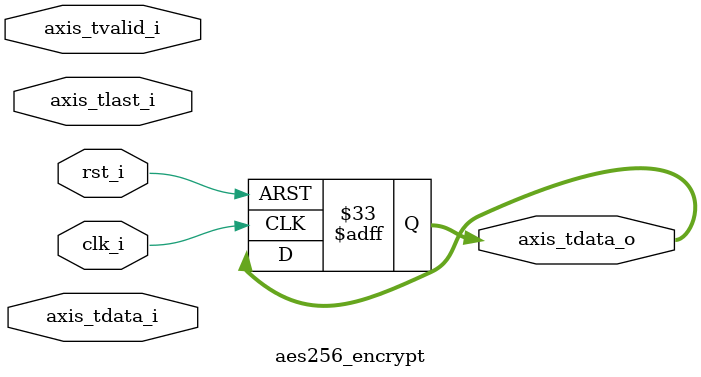
<source format=sv>
module aes256_encrypt (
    input logic clk_i,
    input logic rst_i,

    input  logic [7:0] axis_tdata_i,
    input  logic       axis_tvalid_i,
    input  logic       axis_tlast_i,
    output logic [7:0] axis_tdata_o
);

`include "SBOX"

localparam logic [255:0] KEY = 256'h112233445566778899AABBCCDDEEFF;

logic [127:0] data_storage_0;
logic [127:0] data_storage_1;
logic         data_storage_sel;

typedef enum {
    IDLE, ROUND
} state_t;
state_t state, next_state;

always_ff @( posedge clk_i, posedge rst_i ) begin
    if (rst_i == 1'b1) begin
        axis_tdata_o <= 8'h00;
        state <= IDLE;
        data_storage_0 <= 128'h0;
        data_storage_1 <= 128'h0;
        data_storage_sel <= 1'b0;
    end else begin
        state <= next_state;

        if (axis_tvalid_i == 1'b1) begin
            if (axis_tlast_i == 1'b1) begin
                data_storage_sel <= !data_storage_sel;
            end else begin
                if (data_storage_sel == 1'b0) begin
                    data_storage_0 <= {data_storage_0[120:0], axis_tdata_i};
                end else begin
                    data_storage_1 <= {data_storage_1[120:0], axis_tdata_i};
                end
            end
        end
    end
end

always_comb begin
    unique case (state)
        IDLE : begin
            next_state = IDLE;
        end

        ROUND : begin
            next_state = ROUND;
        end
    endcase
end

endmodule

</source>
